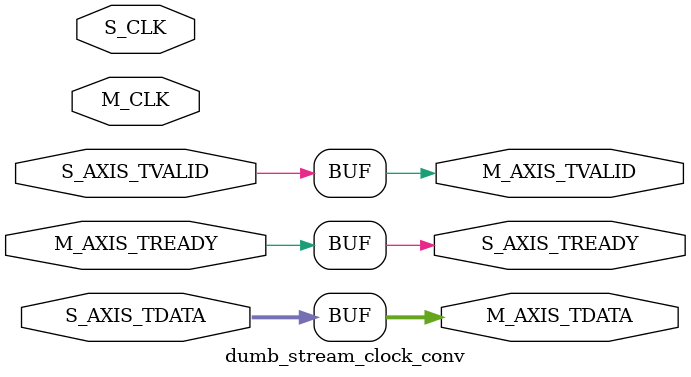
<source format=sv>
module dumb_stream_clock_conv #(
		parameter TDATA_WIDTH = 224
	)(
		input  logic M_CLK,
		input  logic S_CLK,

		input  logic [TDATA_WIDTH-1:0] S_AXIS_TDATA,
		input  logic S_AXIS_TVALID,
		output logic S_AXIS_TREADY,

		output logic [TDATA_WIDTH-1:0] M_AXIS_TDATA,
		output logic M_AXIS_TVALID,
		input logic M_AXIS_TREADY
	);

	// This does not actually do any real clock conversion.  It is only
	// suitable when
	//  * the two clocks are related (not asynchronous)
	//  * no width conversion is needed
	//  * up and downstream can handle TVALID and TREADY acting a bit weird
	//
	// If you don't know what you're doing, DON'T USE THIS

	assign M_AXIS_TDATA = S_AXIS_TDATA;
	assign M_AXIS_TVALID = S_AXIS_TVALID;
	assign S_AXIS_TREADY = M_AXIS_TREADY;

endmodule

</source>
